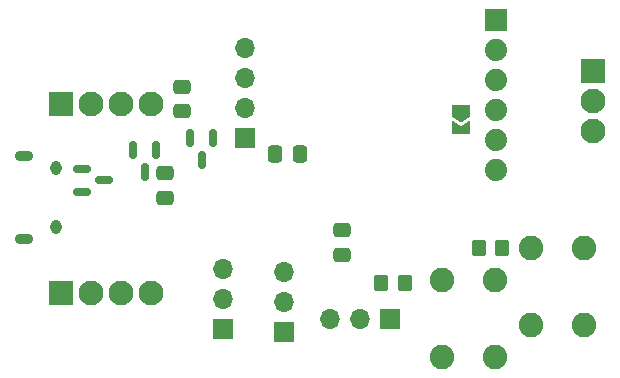
<source format=gbr>
%TF.GenerationSoftware,KiCad,Pcbnew,6.0.11-2627ca5db0~126~ubuntu22.04.1*%
%TF.CreationDate,2023-03-06T03:58:20-05:00*%
%TF.ProjectId,canbus-ds1820,63616e62-7573-42d6-9473-313832302e6b,1.0*%
%TF.SameCoordinates,Original*%
%TF.FileFunction,Soldermask,Bot*%
%TF.FilePolarity,Negative*%
%FSLAX46Y46*%
G04 Gerber Fmt 4.6, Leading zero omitted, Abs format (unit mm)*
G04 Created by KiCad (PCBNEW 6.0.11-2627ca5db0~126~ubuntu22.04.1) date 2023-03-06 03:58:20*
%MOMM*%
%LPD*%
G01*
G04 APERTURE LIST*
G04 Aperture macros list*
%AMRoundRect*
0 Rectangle with rounded corners*
0 $1 Rounding radius*
0 $2 $3 $4 $5 $6 $7 $8 $9 X,Y pos of 4 corners*
0 Add a 4 corners polygon primitive as box body*
4,1,4,$2,$3,$4,$5,$6,$7,$8,$9,$2,$3,0*
0 Add four circle primitives for the rounded corners*
1,1,$1+$1,$2,$3*
1,1,$1+$1,$4,$5*
1,1,$1+$1,$6,$7*
1,1,$1+$1,$8,$9*
0 Add four rect primitives between the rounded corners*
20,1,$1+$1,$2,$3,$4,$5,0*
20,1,$1+$1,$4,$5,$6,$7,0*
20,1,$1+$1,$6,$7,$8,$9,0*
20,1,$1+$1,$8,$9,$2,$3,0*%
%AMFreePoly0*
4,1,6,1.000000,0.000000,0.500000,-0.750000,-0.500000,-0.750000,-0.500000,0.750000,0.500000,0.750000,1.000000,0.000000,1.000000,0.000000,$1*%
%AMFreePoly1*
4,1,6,0.500000,-0.750000,-0.650000,-0.750000,-0.150000,0.000000,-0.650000,0.750000,0.500000,0.750000,0.500000,-0.750000,0.500000,-0.750000,$1*%
G04 Aperture macros list end*
%ADD10C,2.082800*%
%ADD11R,1.700000X1.700000*%
%ADD12O,1.700000X1.700000*%
%ADD13R,2.100000X2.100000*%
%ADD14C,2.100000*%
%ADD15R,1.879600X1.879600*%
%ADD16C,1.879600*%
%ADD17O,0.950000X1.250000*%
%ADD18O,1.550000X0.890000*%
%ADD19RoundRect,0.250000X-0.337500X-0.475000X0.337500X-0.475000X0.337500X0.475000X-0.337500X0.475000X0*%
%ADD20RoundRect,0.150000X-0.150000X0.587500X-0.150000X-0.587500X0.150000X-0.587500X0.150000X0.587500X0*%
%ADD21RoundRect,0.250000X0.350000X0.450000X-0.350000X0.450000X-0.350000X-0.450000X0.350000X-0.450000X0*%
%ADD22RoundRect,0.250000X0.475000X-0.337500X0.475000X0.337500X-0.475000X0.337500X-0.475000X-0.337500X0*%
%ADD23RoundRect,0.250000X-0.475000X0.337500X-0.475000X-0.337500X0.475000X-0.337500X0.475000X0.337500X0*%
%ADD24RoundRect,0.150000X-0.587500X-0.150000X0.587500X-0.150000X0.587500X0.150000X-0.587500X0.150000X0*%
%ADD25FreePoly0,270.000000*%
%ADD26FreePoly1,270.000000*%
%ADD27RoundRect,0.250000X-0.350000X-0.450000X0.350000X-0.450000X0.350000X0.450000X-0.350000X0.450000X0*%
G04 APERTURE END LIST*
D10*
%TO.C,S2*%
X103960600Y-90323800D03*
X103960600Y-96826200D03*
X99439400Y-90323800D03*
X99439400Y-96826200D03*
%TD*%
D11*
%TO.C,JP1*%
X73400000Y-97140000D03*
D12*
X73400000Y-94600000D03*
X73400000Y-92060000D03*
%TD*%
D13*
%TO.C,J6*%
X59625000Y-94100000D03*
D14*
X62165000Y-94100000D03*
X64705000Y-94100000D03*
X67245000Y-94100000D03*
%TD*%
D13*
%TO.C,J4*%
X104675000Y-75285000D03*
D14*
X104675000Y-77825000D03*
X104675000Y-80365000D03*
%TD*%
D11*
%TO.C,J2*%
X87490000Y-96350000D03*
D12*
X84950000Y-96350000D03*
X82410000Y-96350000D03*
%TD*%
D10*
%TO.C,S1*%
X96435600Y-92998800D03*
X96435600Y-99501200D03*
X91914400Y-92998800D03*
X91914400Y-99501200D03*
%TD*%
D15*
%TO.C,J3*%
X96500000Y-70990000D03*
D16*
X96500000Y-73530000D03*
X96500000Y-76070000D03*
X96500000Y-78610000D03*
X96500000Y-81150000D03*
X96500000Y-83690000D03*
%TD*%
D13*
%TO.C,J5*%
X59660000Y-78075000D03*
D14*
X62200000Y-78075000D03*
X64740000Y-78075000D03*
X67280000Y-78075000D03*
%TD*%
D11*
%TO.C,U3*%
X75247300Y-81002600D03*
D12*
X75247300Y-78462600D03*
X75247300Y-75922600D03*
X75247300Y-73382600D03*
%TD*%
D17*
%TO.C,J1*%
X59210000Y-83550000D03*
D18*
X56510000Y-82550000D03*
X56510000Y-89550000D03*
D17*
X59210000Y-88550000D03*
%TD*%
D11*
%TO.C,JP2*%
X78525000Y-97425000D03*
D12*
X78525000Y-94885000D03*
X78525000Y-92345000D03*
%TD*%
D19*
%TO.C,C7*%
X77787500Y-82300000D03*
X79862500Y-82300000D03*
%TD*%
D20*
%TO.C,U1*%
X65775000Y-81987500D03*
X67675000Y-81987500D03*
X66725000Y-83862500D03*
%TD*%
D21*
%TO.C,R1*%
X88750000Y-93250000D03*
X86750000Y-93250000D03*
%TD*%
D22*
%TO.C,C2*%
X83450000Y-90887500D03*
X83450000Y-88812500D03*
%TD*%
%TO.C,C4*%
X69900000Y-78712500D03*
X69900000Y-76637500D03*
%TD*%
D23*
%TO.C,C1*%
X68425000Y-83950000D03*
X68425000Y-86025000D03*
%TD*%
D24*
%TO.C,Q2*%
X61437500Y-85525000D03*
X61437500Y-83625000D03*
X63312500Y-84575000D03*
%TD*%
D20*
%TO.C,Q1*%
X70600000Y-81000000D03*
X72500000Y-81000000D03*
X71550000Y-82875000D03*
%TD*%
D25*
%TO.C,JP3*%
X93475000Y-78700000D03*
D26*
X93475000Y-80150000D03*
%TD*%
D27*
%TO.C,R2*%
X95000000Y-90325000D03*
X97000000Y-90325000D03*
%TD*%
M02*

</source>
